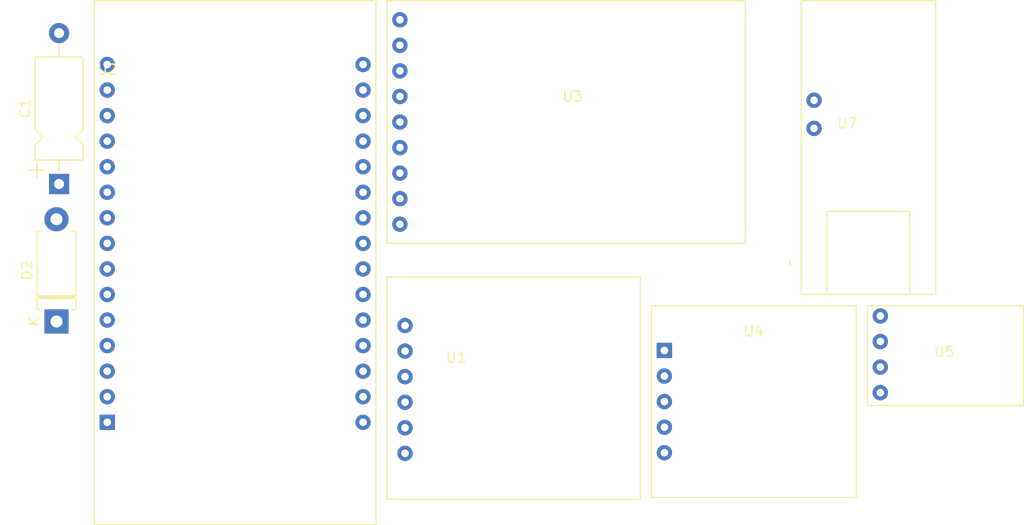
<source format=kicad_pcb>
(kicad_pcb (version 20171130) (host pcbnew "(5.1.4)-1")

  (general
    (thickness 1.6)
    (drawings 0)
    (tracks 0)
    (zones 0)
    (modules 8)
    (nets 43)
  )

  (page A4)
  (layers
    (0 F.Cu signal)
    (31 B.Cu signal)
    (32 B.Adhes user)
    (33 F.Adhes user)
    (34 B.Paste user)
    (35 F.Paste user)
    (36 B.SilkS user)
    (37 F.SilkS user)
    (38 B.Mask user)
    (39 F.Mask user)
    (40 Dwgs.User user)
    (41 Cmts.User user)
    (42 Eco1.User user)
    (43 Eco2.User user)
    (44 Edge.Cuts user)
    (45 Margin user)
    (46 B.CrtYd user)
    (47 F.CrtYd user)
    (48 B.Fab user)
    (49 F.Fab user)
  )

  (setup
    (last_trace_width 0.25)
    (trace_clearance 0.2)
    (zone_clearance 0.508)
    (zone_45_only no)
    (trace_min 0.2)
    (via_size 0.8)
    (via_drill 0.4)
    (via_min_size 0.4)
    (via_min_drill 0.3)
    (uvia_size 0.3)
    (uvia_drill 0.1)
    (uvias_allowed no)
    (uvia_min_size 0.2)
    (uvia_min_drill 0.1)
    (edge_width 0.05)
    (segment_width 0.2)
    (pcb_text_width 0.3)
    (pcb_text_size 1.5 1.5)
    (mod_edge_width 0.12)
    (mod_text_size 1 1)
    (mod_text_width 0.15)
    (pad_size 1.524 1.524)
    (pad_drill 0.762)
    (pad_to_mask_clearance 0.051)
    (solder_mask_min_width 0.25)
    (aux_axis_origin 0 0)
    (visible_elements FFFFFF7F)
    (pcbplotparams
      (layerselection 0x010fc_ffffffff)
      (usegerberextensions false)
      (usegerberattributes false)
      (usegerberadvancedattributes false)
      (creategerberjobfile false)
      (excludeedgelayer true)
      (linewidth 0.100000)
      (plotframeref false)
      (viasonmask false)
      (mode 1)
      (useauxorigin false)
      (hpglpennumber 1)
      (hpglpenspeed 20)
      (hpglpendiameter 15.000000)
      (psnegative false)
      (psa4output false)
      (plotreference true)
      (plotvalue true)
      (plotinvisibletext false)
      (padsonsilk false)
      (subtractmaskfromsilk false)
      (outputformat 1)
      (mirror false)
      (drillshape 1)
      (scaleselection 1)
      (outputdirectory ""))
  )

  (net 0 "")
  (net 1 "Net-(U1-Pad1)")
  (net 2 "Net-(C1-Pad1)")
  (net 3 "Net-(U1-Pad3)")
  (net 4 RX0)
  (net 5 TX0)
  (net 6 GND)
  (net 7 "Net-(U3-Pad1)")
  (net 8 "Net-(U3-Pad2)")
  (net 9 "Net-(U3-Pad3)")
  (net 10 "Net-(U3-Pad4)")
  (net 11 "Net-(U3-Pad9)")
  (net 12 3.3V)
  (net 13 "Net-(U5-Pad1)")
  (net 14 VBAT)
  (net 15 5V)
  (net 16 "Net-(U2-Pad1)")
  (net 17 "Net-(U2-Pad2)")
  (net 18 "Net-(U2-Pad3)")
  (net 19 "Net-(U2-Pad4)")
  (net 20 "Net-(U2-Pad5)")
  (net 21 "Net-(U2-Pad6)")
  (net 22 "Net-(U2-Pad7)")
  (net 23 "Net-(U2-Pad8)")
  (net 24 "Net-(U2-Pad9)")
  (net 25 "Net-(U2-Pad10)")
  (net 26 "Net-(U2-Pad11)")
  (net 27 "Net-(U2-Pad12)")
  (net 28 "Net-(U2-Pad13)")
  (net 29 "Net-(U2-Pad15)")
  (net 30 "Net-(U2-Pad16)")
  (net 31 "Net-(U2-Pad18)")
  (net 32 "Net-(U2-Pad19)")
  (net 33 "Net-(U2-Pad20)")
  (net 34 RX2)
  (net 35 TX2)
  (net 36 "Net-(U2-Pad23)")
  (net 37 "Net-(U2-Pad24)")
  (net 38 "Net-(U2-Pad25)")
  (net 39 SDA)
  (net 40 "Net-(U2-Pad14)")
  (net 41 SCL)
  (net 42 "Net-(U2-Pad30)")

  (net_class Default "Ceci est la Netclass par défaut."
    (clearance 0.2)
    (trace_width 0.25)
    (via_dia 0.8)
    (via_drill 0.4)
    (uvia_dia 0.3)
    (uvia_drill 0.1)
    (add_net 3.3V)
    (add_net 5V)
    (add_net GND)
    (add_net "Net-(C1-Pad1)")
    (add_net "Net-(U1-Pad1)")
    (add_net "Net-(U1-Pad3)")
    (add_net "Net-(U2-Pad1)")
    (add_net "Net-(U2-Pad10)")
    (add_net "Net-(U2-Pad11)")
    (add_net "Net-(U2-Pad12)")
    (add_net "Net-(U2-Pad13)")
    (add_net "Net-(U2-Pad14)")
    (add_net "Net-(U2-Pad15)")
    (add_net "Net-(U2-Pad16)")
    (add_net "Net-(U2-Pad18)")
    (add_net "Net-(U2-Pad19)")
    (add_net "Net-(U2-Pad2)")
    (add_net "Net-(U2-Pad20)")
    (add_net "Net-(U2-Pad23)")
    (add_net "Net-(U2-Pad24)")
    (add_net "Net-(U2-Pad25)")
    (add_net "Net-(U2-Pad3)")
    (add_net "Net-(U2-Pad30)")
    (add_net "Net-(U2-Pad4)")
    (add_net "Net-(U2-Pad5)")
    (add_net "Net-(U2-Pad6)")
    (add_net "Net-(U2-Pad7)")
    (add_net "Net-(U2-Pad8)")
    (add_net "Net-(U2-Pad9)")
    (add_net "Net-(U3-Pad1)")
    (add_net "Net-(U3-Pad2)")
    (add_net "Net-(U3-Pad3)")
    (add_net "Net-(U3-Pad4)")
    (add_net "Net-(U3-Pad9)")
    (add_net "Net-(U5-Pad1)")
    (add_net RX0)
    (add_net RX2)
    (add_net SCL)
    (add_net SDA)
    (add_net TX0)
    (add_net TX2)
    (add_net VBAT)
  )

  (module track_chip:SIM800L (layer F.Cu) (tedit 60213244) (tstamp 6021A61C)
    (at 178.573601 144.014401)
    (path /60218FF3)
    (fp_text reference U1 (at 5.08 3.175) (layer F.SilkS)
      (effects (font (size 1 1) (thickness 0.15)))
    )
    (fp_text value SIM800L (at 5.08 -1.905) (layer F.Fab)
      (effects (font (size 1 1) (thickness 0.15)))
    )
    (fp_line (start -1.778 17.272) (end -1.778 -4.826) (layer F.SilkS) (width 0.12))
    (fp_line (start -1.778 -4.826) (end 23.368 -4.826) (layer F.SilkS) (width 0.12))
    (fp_line (start 23.368 -4.826) (end 23.368 17.272) (layer F.SilkS) (width 0.12))
    (fp_line (start 23.368 17.272) (end -1.778 17.272) (layer F.SilkS) (width 0.12))
    (pad 1 thru_hole circle (at 0 0) (size 1.524 1.524) (drill 0.762) (layers *.Cu *.Mask)
      (net 1 "Net-(U1-Pad1)"))
    (pad 2 thru_hole circle (at 0 2.54) (size 1.524 1.524) (drill 0.762) (layers *.Cu *.Mask)
      (net 2 "Net-(C1-Pad1)"))
    (pad 3 thru_hole circle (at 0 5.08) (size 1.524 1.524) (drill 0.762) (layers *.Cu *.Mask)
      (net 3 "Net-(U1-Pad3)"))
    (pad 4 thru_hole circle (at 0 7.62) (size 1.524 1.524) (drill 0.762) (layers *.Cu *.Mask)
      (net 4 RX0))
    (pad 5 thru_hole circle (at 0 10.16) (size 1.524 1.524) (drill 0.762) (layers *.Cu *.Mask)
      (net 5 TX0))
    (pad 6 thru_hole circle (at 0 12.7) (size 1.524 1.524) (drill 0.762) (layers *.Cu *.Mask)
      (net 6 GND))
  )

  (module track_chip:esp32 (layer F.Cu) (tedit 6021140E) (tstamp 6021A644)
    (at 149.005601 118.068401)
    (path /6021AB3C)
    (fp_text reference U2 (at 0 0.5) (layer F.SilkS)
      (effects (font (size 1 1) (thickness 0.15)))
    )
    (fp_text value esp32_NodeMCU-track_chip (at 0 -0.5) (layer F.Fab)
      (effects (font (size 1 1) (thickness 0.15)))
    )
    (fp_line (start -1.27 -6.35) (end 26.67 -6.35) (layer F.SilkS) (width 0.12))
    (fp_line (start -1.27 -6.35) (end -1.27 35.56) (layer F.SilkS) (width 0.12))
    (fp_line (start 26.67 -6.35) (end 26.67 35.56) (layer F.SilkS) (width 0.12))
    (fp_line (start 26.67 35.56) (end 26.67 45.72) (layer F.SilkS) (width 0.12))
    (fp_line (start 26.67 45.72) (end -1.27 45.72) (layer F.SilkS) (width 0.12))
    (fp_line (start -1.27 45.72) (end -1.27 35.56) (layer F.SilkS) (width 0.12))
    (pad 1 thru_hole circle (at 0 0) (size 1.524 1.524) (drill 0.762) (layers *.Cu *.Mask)
      (net 16 "Net-(U2-Pad1)"))
    (pad 2 thru_hole circle (at 0 2.54) (size 1.524 1.524) (drill 0.762) (layers *.Cu *.Mask)
      (net 17 "Net-(U2-Pad2)"))
    (pad 3 thru_hole circle (at 0 5.08) (size 1.524 1.524) (drill 0.762) (layers *.Cu *.Mask)
      (net 18 "Net-(U2-Pad3)"))
    (pad 4 thru_hole circle (at 0 7.62) (size 1.524 1.524) (drill 0.762) (layers *.Cu *.Mask)
      (net 19 "Net-(U2-Pad4)"))
    (pad 5 thru_hole circle (at 0 10.16) (size 1.524 1.524) (drill 0.762) (layers *.Cu *.Mask)
      (net 20 "Net-(U2-Pad5)"))
    (pad 6 thru_hole circle (at 0 12.7) (size 1.524 1.524) (drill 0.762) (layers *.Cu *.Mask)
      (net 21 "Net-(U2-Pad6)"))
    (pad 7 thru_hole circle (at 0 15.24) (size 1.524 1.524) (drill 0.762) (layers *.Cu *.Mask)
      (net 22 "Net-(U2-Pad7)"))
    (pad 8 thru_hole circle (at 0 17.78) (size 1.524 1.524) (drill 0.762) (layers *.Cu *.Mask)
      (net 23 "Net-(U2-Pad8)"))
    (pad 9 thru_hole circle (at 0 20.32) (size 1.524 1.524) (drill 0.762) (layers *.Cu *.Mask)
      (net 24 "Net-(U2-Pad9)"))
    (pad 10 thru_hole circle (at 0 22.86) (size 1.524 1.524) (drill 0.762) (layers *.Cu *.Mask)
      (net 25 "Net-(U2-Pad10)"))
    (pad 11 thru_hole circle (at 0 25.4) (size 1.524 1.524) (drill 0.762) (layers *.Cu *.Mask)
      (net 26 "Net-(U2-Pad11)"))
    (pad 12 thru_hole circle (at 0 27.94) (size 1.524 1.524) (drill 0.762) (layers *.Cu *.Mask)
      (net 27 "Net-(U2-Pad12)"))
    (pad 13 thru_hole circle (at 0 30.48) (size 1.524 1.524) (drill 0.762) (layers *.Cu *.Mask)
      (net 28 "Net-(U2-Pad13)"))
    (pad 15 thru_hole rect (at 0 35.56) (size 1.524 1.524) (drill 0.762) (layers *.Cu *.Mask)
      (net 29 "Net-(U2-Pad15)"))
    (pad 16 thru_hole circle (at 25.4 35.56) (size 1.524 1.524) (drill 0.762) (layers *.Cu *.Mask)
      (net 30 "Net-(U2-Pad16)"))
    (pad 17 thru_hole circle (at 25.4 33.02) (size 1.524 1.524) (drill 0.762) (layers *.Cu *.Mask)
      (net 6 GND))
    (pad 18 thru_hole circle (at 25.4 30.48) (size 1.524 1.524) (drill 0.762) (layers *.Cu *.Mask)
      (net 31 "Net-(U2-Pad18)"))
    (pad 19 thru_hole circle (at 25.4 27.94) (size 1.524 1.524) (drill 0.762) (layers *.Cu *.Mask)
      (net 32 "Net-(U2-Pad19)"))
    (pad 20 thru_hole circle (at 25.4 25.4) (size 1.524 1.524) (drill 0.762) (layers *.Cu *.Mask)
      (net 33 "Net-(U2-Pad20)"))
    (pad 21 thru_hole circle (at 25.4 22.86) (size 1.524 1.524) (drill 0.762) (layers *.Cu *.Mask)
      (net 34 RX2))
    (pad 22 thru_hole circle (at 25.4 20.32) (size 1.524 1.524) (drill 0.762) (layers *.Cu *.Mask)
      (net 35 TX2))
    (pad 23 thru_hole circle (at 25.4 17.78) (size 1.524 1.524) (drill 0.762) (layers *.Cu *.Mask)
      (net 36 "Net-(U2-Pad23)"))
    (pad 24 thru_hole circle (at 25.4 15.24) (size 1.524 1.524) (drill 0.762) (layers *.Cu *.Mask)
      (net 37 "Net-(U2-Pad24)"))
    (pad 25 thru_hole circle (at 25.4 12.7) (size 1.524 1.524) (drill 0.762) (layers *.Cu *.Mask)
      (net 38 "Net-(U2-Pad25)"))
    (pad 26 thru_hole circle (at 25.4 10.16) (size 1.524 1.524) (drill 0.762) (layers *.Cu *.Mask)
      (net 39 SDA))
    (pad 27 thru_hole circle (at 25.4 7.62) (size 1.524 1.524) (drill 0.762) (layers *.Cu *.Mask)
      (net 4 RX0))
    (pad 28 thru_hole circle (at 25.4 5.08) (size 1.524 1.524) (drill 0.762) (layers *.Cu *.Mask)
      (net 5 TX0))
    (pad 14 thru_hole circle (at 0 33.02) (size 1.524 1.524) (drill 0.762) (layers *.Cu *.Mask)
      (net 40 "Net-(U2-Pad14)"))
    (pad 29 thru_hole circle (at 25.4 2.54) (size 1.524 1.524) (drill 0.762) (layers *.Cu *.Mask)
      (net 41 SCL))
    (pad 30 thru_hole circle (at 25.4 0) (size 1.524 1.524) (drill 0.762) (layers *.Cu *.Mask)
      (net 42 "Net-(U2-Pad30)"))
  )

  (module track_chip:GPS_PA6H (layer F.Cu) (tedit 60211D6D) (tstamp 6021A659)
    (at 178.065601 113.623401)
    (path /60213494)
    (fp_text reference U3 (at 17.145 7.62) (layer F.SilkS)
      (effects (font (size 1 1) (thickness 0.15)))
    )
    (fp_text value GPS_PA6H (at 17.145 3.81) (layer F.Fab)
      (effects (font (size 1 1) (thickness 0.15)))
    )
    (fp_line (start -1.27 -1.905) (end 34.29 -1.905) (layer F.SilkS) (width 0.12))
    (fp_line (start 34.29 -1.27) (end 34.29 20.955) (layer F.SilkS) (width 0.12))
    (fp_line (start -1.27 22.225) (end 34.29 22.225) (layer F.SilkS) (width 0.12))
    (fp_line (start 38.735 24.4475) (end 38.735 23.8125) (layer F.SilkS) (width 0.12))
    (fp_line (start -1.27 -0.635) (end -1.27 22.225) (layer F.SilkS) (width 0.12))
    (fp_line (start 34.29 -1.905) (end 34.29 -1.27) (layer F.SilkS) (width 0.12))
    (fp_line (start 34.29 22.225) (end 34.29 20.955) (layer F.SilkS) (width 0.12))
    (fp_line (start -1.27 -0.635) (end -1.27 -1.905) (layer F.SilkS) (width 0.12))
    (pad 1 thru_hole circle (at 0 0) (size 1.524 1.524) (drill 0.762) (layers *.Cu *.Mask)
      (net 7 "Net-(U3-Pad1)"))
    (pad 2 thru_hole circle (at 0 2.54) (size 1.524 1.524) (drill 0.762) (layers *.Cu *.Mask)
      (net 8 "Net-(U3-Pad2)"))
    (pad 3 thru_hole circle (at 0 5.08) (size 1.524 1.524) (drill 0.762) (layers *.Cu *.Mask)
      (net 9 "Net-(U3-Pad3)"))
    (pad 4 thru_hole circle (at 0 7.62) (size 1.524 1.524) (drill 0.762) (layers *.Cu *.Mask)
      (net 10 "Net-(U3-Pad4)"))
    (pad 5 thru_hole circle (at 0 10.16) (size 1.524 1.524) (drill 0.762) (layers *.Cu *.Mask)
      (net 5 TX0))
    (pad 6 thru_hole circle (at 0 12.7) (size 1.524 1.524) (drill 0.762) (layers *.Cu *.Mask)
      (net 4 RX0))
    (pad 7 thru_hole circle (at 0 15.24) (size 1.524 1.524) (drill 0.762) (layers *.Cu *.Mask)
      (net 6 GND))
    (pad 8 thru_hole circle (at 0 17.78) (size 1.524 1.524) (drill 0.762) (layers *.Cu *.Mask)
      (net 12 3.3V))
    (pad 9 thru_hole circle (at 0 20.32) (size 1.524 1.524) (drill 0.762) (layers *.Cu *.Mask)
      (net 11 "Net-(U3-Pad9)"))
  )

  (module track_chip:bmp180 (layer F.Cu) (tedit 60210CF6) (tstamp 6021A668)
    (at 204.325601 146.493401)
    (path /6021BEE0)
    (fp_text reference U4 (at 8.89 -1.905) (layer F.SilkS)
      (effects (font (size 1 1) (thickness 0.15)))
    )
    (fp_text value bmp180-track_chip (at 8.255 0) (layer F.Fab)
      (effects (font (size 1 1) (thickness 0.15)))
    )
    (fp_line (start -1.27 10.16) (end -1.27 14.605) (layer F.SilkS) (width 0.12))
    (fp_line (start -1.27 14.605) (end 19.05 14.605) (layer F.SilkS) (width 0.12))
    (fp_line (start 19.05 14.605) (end 19.05 0) (layer F.SilkS) (width 0.12))
    (fp_line (start 19.05 0) (end 19.05 -4.445) (layer F.SilkS) (width 0.12))
    (fp_line (start 19.05 -4.445) (end -1.27 -4.445) (layer F.SilkS) (width 0.12))
    (fp_line (start -1.27 -4.445) (end -1.27 10.16) (layer F.SilkS) (width 0.12))
    (pad 1 thru_hole rect (at 0 0) (size 1.524 1.524) (drill 0.762) (layers *.Cu *.Mask)
      (net 12 3.3V))
    (pad 2 thru_hole circle (at 0 2.54) (size 1.524 1.524) (drill 0.762) (layers *.Cu *.Mask)
      (net 12 3.3V))
    (pad 3 thru_hole circle (at 0 5.08) (size 1.524 1.524) (drill 0.762) (layers *.Cu *.Mask)
      (net 6 GND))
    (pad 4 thru_hole circle (at 0 7.62) (size 1.524 1.524) (drill 0.762) (layers *.Cu *.Mask)
      (net 41 SCL))
    (pad 5 thru_hole circle (at 0 10.16) (size 1.524 1.524) (drill 0.762) (layers *.Cu *.Mask)
      (net 39 SDA))
  )

  (module track_chip:polulu (layer F.Cu) (tedit 60213B94) (tstamp 6021A675)
    (at 225.765601 143.064401)
    (path /6021A9B1)
    (fp_text reference U5 (at 6.35 3.556) (layer F.SilkS)
      (effects (font (size 1 1) (thickness 0.15)))
    )
    (fp_text value polulu (at 6.35 -2.286) (layer F.Fab)
      (effects (font (size 1 1) (thickness 0.15)))
    )
    (fp_line (start -1.016 -1.016) (end 14.224 -1.016) (layer F.SilkS) (width 0.12))
    (fp_line (start 14.224 -1.016) (end 14.224 8.89) (layer F.SilkS) (width 0.12))
    (fp_line (start 14.224 8.89) (end -1.27 8.89) (layer F.SilkS) (width 0.12))
    (fp_line (start -1.27 8.89) (end -1.27 -1.016) (layer F.SilkS) (width 0.12))
    (fp_line (start -1.27 -1.016) (end -1.016 -1.016) (layer F.SilkS) (width 0.12))
    (pad 1 thru_hole circle (at 0 0) (size 1.524 1.524) (drill 0.762) (layers *.Cu *.Mask)
      (net 13 "Net-(U5-Pad1)"))
    (pad 2 thru_hole circle (at 0 2.54) (size 1.524 1.524) (drill 0.762) (layers *.Cu *.Mask)
      (net 14 VBAT))
    (pad 3 thru_hole circle (at 0 5.08) (size 1.524 1.524) (drill 0.762) (layers *.Cu *.Mask)
      (net 6 GND))
    (pad 4 thru_hole circle (at 0 7.62) (size 1.524 1.524) (drill 0.762) (layers *.Cu *.Mask)
      (net 15 5V))
  )

  (module track_chip:charger_mr010 (layer F.Cu) (tedit 60215261) (tstamp 6021A685)
    (at 219.185601 121.878401)
    (path /60216DFB)
    (fp_text reference U7 (at 3.302 2.032) (layer F.SilkS)
      (effects (font (size 1 1) (thickness 0.15)))
    )
    (fp_text value charger_mr010 (at 0 -2.032) (layer F.Fab)
      (effects (font (size 1 1) (thickness 0.15)))
    )
    (fp_line (start -1.27 0) (end -1.27 -10.16) (layer F.SilkS) (width 0.12))
    (fp_line (start -1.27 -10.16) (end 12.065 -10.16) (layer F.SilkS) (width 0.12))
    (fp_line (start 12.065 -10.16) (end 12.065 0) (layer F.SilkS) (width 0.12))
    (fp_line (start -1.27 0) (end -1.27 19.05) (layer F.SilkS) (width 0.12))
    (fp_line (start -1.27 19.05) (end 12.065 19.05) (layer F.SilkS) (width 0.12))
    (fp_line (start 12.065 19.05) (end 12.065 0) (layer F.SilkS) (width 0.12))
    (fp_line (start 1.905 10.795) (end 9.525 10.795) (layer F.SilkS) (width 0.12))
    (fp_line (start 9.525 10.795) (end 9.525 19.05) (layer F.SilkS) (width 0.12))
    (fp_line (start 1.27 10.795) (end 1.905 10.795) (layer F.SilkS) (width 0.12))
    (fp_line (start 1.27 10.795) (end 1.27 19.05) (layer F.SilkS) (width 0.12))
    (pad 1 thru_hole circle (at 0 -0.254) (size 1.524 1.524) (drill 0.762) (layers *.Cu *.Mask)
      (net 14 VBAT))
    (pad 2 thru_hole circle (at 0 2.54) (size 1.524 1.524) (drill 0.762) (layers *.Cu *.Mask)
      (net 6 GND))
  )

  (module Capacitor_THT:CP_Axial_L10.0mm_D4.5mm_P15.00mm_Horizontal (layer F.Cu) (tedit 5AE50EF2) (tstamp 6021AA9D)
    (at 144.2212 129.9464 90)
    (descr "CP, Axial series, Axial, Horizontal, pin pitch=15mm, , length*diameter=10*4.5mm^2, Electrolytic Capacitor, , http://www.vishay.com/docs/28325/021asm.pdf")
    (tags "CP Axial series Axial Horizontal pin pitch 15mm  length 10mm diameter 4.5mm Electrolytic Capacitor")
    (path /6021E3B7)
    (fp_text reference C1 (at 7.5 -3.37 90) (layer F.SilkS)
      (effects (font (size 1 1) (thickness 0.15)))
    )
    (fp_text value C (at 7.5 3.37 90) (layer F.Fab)
      (effects (font (size 1 1) (thickness 0.15)))
    )
    (fp_line (start 2.5 -2.25) (end 2.5 2.25) (layer F.Fab) (width 0.1))
    (fp_line (start 12.5 -2.25) (end 12.5 2.25) (layer F.Fab) (width 0.1))
    (fp_line (start 2.5 -2.25) (end 3.88 -2.25) (layer F.Fab) (width 0.1))
    (fp_line (start 3.88 -2.25) (end 4.63 -1.5) (layer F.Fab) (width 0.1))
    (fp_line (start 4.63 -1.5) (end 5.38 -2.25) (layer F.Fab) (width 0.1))
    (fp_line (start 5.38 -2.25) (end 12.5 -2.25) (layer F.Fab) (width 0.1))
    (fp_line (start 2.5 2.25) (end 3.88 2.25) (layer F.Fab) (width 0.1))
    (fp_line (start 3.88 2.25) (end 4.63 1.5) (layer F.Fab) (width 0.1))
    (fp_line (start 4.63 1.5) (end 5.38 2.25) (layer F.Fab) (width 0.1))
    (fp_line (start 5.38 2.25) (end 12.5 2.25) (layer F.Fab) (width 0.1))
    (fp_line (start 0 0) (end 2.5 0) (layer F.Fab) (width 0.1))
    (fp_line (start 15 0) (end 12.5 0) (layer F.Fab) (width 0.1))
    (fp_line (start 3.9 0) (end 5.4 0) (layer F.Fab) (width 0.1))
    (fp_line (start 4.65 -0.75) (end 4.65 0.75) (layer F.Fab) (width 0.1))
    (fp_line (start 0.63 -2.2) (end 2.13 -2.2) (layer F.SilkS) (width 0.12))
    (fp_line (start 1.38 -2.95) (end 1.38 -1.45) (layer F.SilkS) (width 0.12))
    (fp_line (start 2.38 -2.37) (end 2.38 2.37) (layer F.SilkS) (width 0.12))
    (fp_line (start 12.62 -2.37) (end 12.62 2.37) (layer F.SilkS) (width 0.12))
    (fp_line (start 2.38 -2.37) (end 3.88 -2.37) (layer F.SilkS) (width 0.12))
    (fp_line (start 3.88 -2.37) (end 4.63 -1.62) (layer F.SilkS) (width 0.12))
    (fp_line (start 4.63 -1.62) (end 5.38 -2.37) (layer F.SilkS) (width 0.12))
    (fp_line (start 5.38 -2.37) (end 12.62 -2.37) (layer F.SilkS) (width 0.12))
    (fp_line (start 2.38 2.37) (end 3.88 2.37) (layer F.SilkS) (width 0.12))
    (fp_line (start 3.88 2.37) (end 4.63 1.62) (layer F.SilkS) (width 0.12))
    (fp_line (start 4.63 1.62) (end 5.38 2.37) (layer F.SilkS) (width 0.12))
    (fp_line (start 5.38 2.37) (end 12.62 2.37) (layer F.SilkS) (width 0.12))
    (fp_line (start 1.24 0) (end 2.38 0) (layer F.SilkS) (width 0.12))
    (fp_line (start 13.76 0) (end 12.62 0) (layer F.SilkS) (width 0.12))
    (fp_line (start -1.25 -2.5) (end -1.25 2.5) (layer F.CrtYd) (width 0.05))
    (fp_line (start -1.25 2.5) (end 16.25 2.5) (layer F.CrtYd) (width 0.05))
    (fp_line (start 16.25 2.5) (end 16.25 -2.5) (layer F.CrtYd) (width 0.05))
    (fp_line (start 16.25 -2.5) (end -1.25 -2.5) (layer F.CrtYd) (width 0.05))
    (fp_text user %R (at 7.5 0 90) (layer F.Fab)
      (effects (font (size 1 1) (thickness 0.15)))
    )
    (pad 1 thru_hole rect (at 0 0 90) (size 2 2) (drill 1) (layers *.Cu *.Mask)
      (net 2 "Net-(C1-Pad1)"))
    (pad 2 thru_hole oval (at 15 0 90) (size 2 2) (drill 1) (layers *.Cu *.Mask)
      (net 6 GND))
    (model ${KISYS3DMOD}/Capacitor_THT.3dshapes/CP_Axial_L10.0mm_D4.5mm_P15.00mm_Horizontal.wrl
      (at (xyz 0 0 0))
      (scale (xyz 1 1 1))
      (rotate (xyz 0 0 0))
    )
  )

  (module Diode_THT:D_DO-15_P10.16mm_Horizontal (layer F.Cu) (tedit 5AE50CD5) (tstamp 6021AABC)
    (at 143.9672 143.6116 90)
    (descr "Diode, DO-15 series, Axial, Horizontal, pin pitch=10.16mm, , length*diameter=7.6*3.6mm^2, , http://www.diodes.com/_files/packages/DO-15.pdf")
    (tags "Diode DO-15 series Axial Horizontal pin pitch 10.16mm  length 7.6mm diameter 3.6mm")
    (path /6021D78B)
    (fp_text reference D2 (at 5.08 -2.92 90) (layer F.SilkS)
      (effects (font (size 1 1) (thickness 0.15)))
    )
    (fp_text value D (at 5.08 2.92 90) (layer F.Fab)
      (effects (font (size 1 1) (thickness 0.15)))
    )
    (fp_line (start 1.28 -1.8) (end 1.28 1.8) (layer F.Fab) (width 0.1))
    (fp_line (start 1.28 1.8) (end 8.88 1.8) (layer F.Fab) (width 0.1))
    (fp_line (start 8.88 1.8) (end 8.88 -1.8) (layer F.Fab) (width 0.1))
    (fp_line (start 8.88 -1.8) (end 1.28 -1.8) (layer F.Fab) (width 0.1))
    (fp_line (start 0 0) (end 1.28 0) (layer F.Fab) (width 0.1))
    (fp_line (start 10.16 0) (end 8.88 0) (layer F.Fab) (width 0.1))
    (fp_line (start 2.42 -1.8) (end 2.42 1.8) (layer F.Fab) (width 0.1))
    (fp_line (start 2.52 -1.8) (end 2.52 1.8) (layer F.Fab) (width 0.1))
    (fp_line (start 2.32 -1.8) (end 2.32 1.8) (layer F.Fab) (width 0.1))
    (fp_line (start 1.16 -1.44) (end 1.16 -1.92) (layer F.SilkS) (width 0.12))
    (fp_line (start 1.16 -1.92) (end 9 -1.92) (layer F.SilkS) (width 0.12))
    (fp_line (start 9 -1.92) (end 9 -1.44) (layer F.SilkS) (width 0.12))
    (fp_line (start 1.16 1.44) (end 1.16 1.92) (layer F.SilkS) (width 0.12))
    (fp_line (start 1.16 1.92) (end 9 1.92) (layer F.SilkS) (width 0.12))
    (fp_line (start 9 1.92) (end 9 1.44) (layer F.SilkS) (width 0.12))
    (fp_line (start 2.42 -1.92) (end 2.42 1.92) (layer F.SilkS) (width 0.12))
    (fp_line (start 2.54 -1.92) (end 2.54 1.92) (layer F.SilkS) (width 0.12))
    (fp_line (start 2.3 -1.92) (end 2.3 1.92) (layer F.SilkS) (width 0.12))
    (fp_line (start -1.45 -2.05) (end -1.45 2.05) (layer F.CrtYd) (width 0.05))
    (fp_line (start -1.45 2.05) (end 11.61 2.05) (layer F.CrtYd) (width 0.05))
    (fp_line (start 11.61 2.05) (end 11.61 -2.05) (layer F.CrtYd) (width 0.05))
    (fp_line (start 11.61 -2.05) (end -1.45 -2.05) (layer F.CrtYd) (width 0.05))
    (fp_text user %R (at 5.65 0 270) (layer F.Fab)
      (effects (font (size 1 1) (thickness 0.15)))
    )
    (fp_text user K (at 0 -2.2 90) (layer F.Fab)
      (effects (font (size 1 1) (thickness 0.15)))
    )
    (fp_text user K (at 0 -2.2 90) (layer F.SilkS)
      (effects (font (size 1 1) (thickness 0.15)))
    )
    (pad 1 thru_hole rect (at 0 0 90) (size 2.4 2.4) (drill 1.2) (layers *.Cu *.Mask)
      (net 2 "Net-(C1-Pad1)"))
    (pad 2 thru_hole oval (at 10.16 0 90) (size 2.4 2.4) (drill 1.2) (layers *.Cu *.Mask)
      (net 15 5V))
    (model ${KISYS3DMOD}/Diode_THT.3dshapes/D_DO-15_P10.16mm_Horizontal.wrl
      (at (xyz 0 0 0))
      (scale (xyz 1 1 1))
      (rotate (xyz 0 0 0))
    )
  )

)

</source>
